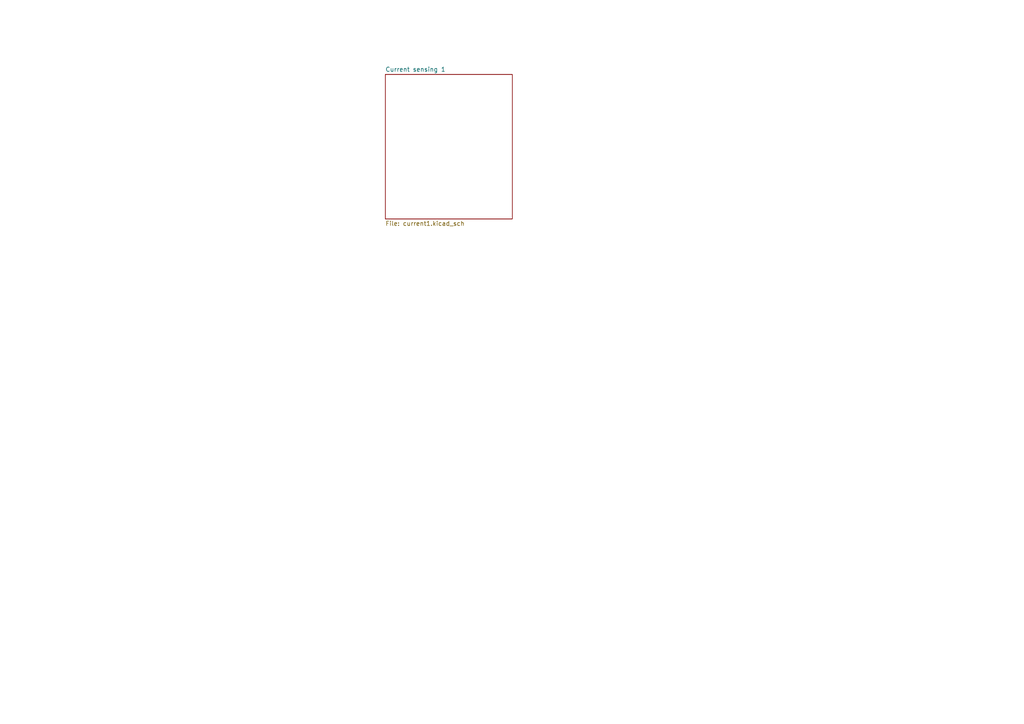
<source format=kicad_sch>
(kicad_sch
	(version 20231120)
	(generator "eeschema")
	(generator_version "8.0")
	(uuid "cbce0c98-a89f-41b0-9f73-8b16d417531a")
	(paper "A4")
	(lib_symbols)
	(sheet
		(at 111.76 21.59)
		(size 36.83 41.91)
		(fields_autoplaced yes)
		(stroke
			(width 0.1524)
			(type solid)
		)
		(fill
			(color 0 0 0 0.0000)
		)
		(uuid "22833949-8264-4e99-8b13-b01e30837325")
		(property "Sheetname" "Current sensing 1"
			(at 111.76 20.8784 0)
			(effects
				(font
					(size 1.27 1.27)
				)
				(justify left bottom)
			)
		)
		(property "Sheetfile" "current1.kicad_sch"
			(at 111.76 64.0846 0)
			(effects
				(font
					(size 1.27 1.27)
				)
				(justify left top)
			)
		)
		(instances
			(project "ATM90E32-breakout"
				(path "/cbce0c98-a89f-41b0-9f73-8b16d417531a"
					(page "2")
				)
			)
		)
	)
	(sheet_instances
		(path "/"
			(page "1")
		)
	)
)
</source>
